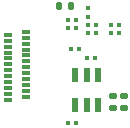
<source format=gbp>
G04 #@! TF.GenerationSoftware,KiCad,Pcbnew,8.0.9-8.0.9-0~ubuntu22.04.1*
G04 #@! TF.CreationDate,2025-06-17T20:00:39-06:00*
G04 #@! TF.ProjectId,dongle,646f6e67-6c65-42e6-9b69-6361645f7063,rev?*
G04 #@! TF.SameCoordinates,Original*
G04 #@! TF.FileFunction,Paste,Bot*
G04 #@! TF.FilePolarity,Positive*
%FSLAX46Y46*%
G04 Gerber Fmt 4.6, Leading zero omitted, Abs format (unit mm)*
G04 Created by KiCad (PCBNEW 8.0.9-8.0.9-0~ubuntu22.04.1) date 2025-06-17 20:00:39*
%MOMM*%
%LPD*%
G01*
G04 APERTURE LIST*
G04 Aperture macros list*
%AMRoundRect*
0 Rectangle with rounded corners*
0 $1 Rounding radius*
0 $2 $3 $4 $5 $6 $7 $8 $9 X,Y pos of 4 corners*
0 Add a 4 corners polygon primitive as box body*
4,1,4,$2,$3,$4,$5,$6,$7,$8,$9,$2,$3,0*
0 Add four circle primitives for the rounded corners*
1,1,$1+$1,$2,$3*
1,1,$1+$1,$4,$5*
1,1,$1+$1,$6,$7*
1,1,$1+$1,$8,$9*
0 Add four rect primitives between the rounded corners*
20,1,$1+$1,$2,$3,$4,$5,0*
20,1,$1+$1,$4,$5,$6,$7,0*
20,1,$1+$1,$6,$7,$8,$9,0*
20,1,$1+$1,$8,$9,$2,$3,0*%
G04 Aperture macros list end*
%ADD10R,0.800000X0.300000*%
%ADD11RoundRect,0.079500X-0.079500X-0.100500X0.079500X-0.100500X0.079500X0.100500X-0.079500X0.100500X0*%
%ADD12RoundRect,0.079500X0.100500X-0.079500X0.100500X0.079500X-0.100500X0.079500X-0.100500X-0.079500X0*%
%ADD13RoundRect,0.140000X-0.140000X-0.170000X0.140000X-0.170000X0.140000X0.170000X-0.140000X0.170000X0*%
%ADD14RoundRect,0.079500X0.079500X0.100500X-0.079500X0.100500X-0.079500X-0.100500X0.079500X-0.100500X0*%
%ADD15RoundRect,0.140000X0.170000X-0.140000X0.170000X0.140000X-0.170000X0.140000X-0.170000X-0.140000X0*%
%ADD16RoundRect,0.073750X-0.221250X0.531250X-0.221250X-0.531250X0.221250X-0.531250X0.221250X0.531250X0*%
G04 APERTURE END LIST*
D10*
X142400000Y-91925000D03*
X142400000Y-92425000D03*
X142400000Y-92925000D03*
X142400000Y-93425000D03*
X142400000Y-93925000D03*
X142400000Y-94425000D03*
X142400000Y-94925000D03*
X142400000Y-95425000D03*
X142400000Y-95925000D03*
X142400000Y-96425000D03*
X142400000Y-96925000D03*
X142400000Y-97425000D03*
X140900000Y-97675000D03*
X140900000Y-97175000D03*
X140900000Y-96675000D03*
X140900000Y-96175000D03*
X140900000Y-95675000D03*
X140900000Y-95175000D03*
X140900000Y-94675000D03*
X140900000Y-94175000D03*
X140900000Y-93675000D03*
X140900000Y-93175000D03*
X140900000Y-92675000D03*
X140900000Y-92175000D03*
D11*
X146230000Y-93400007D03*
X146920000Y-93399993D03*
X147580000Y-94125007D03*
X148270000Y-94124993D03*
D12*
X150299997Y-92044999D03*
X150300003Y-91355001D03*
X147649997Y-92044999D03*
X147650003Y-91355001D03*
D13*
X145245001Y-89774999D03*
X146204999Y-89775001D03*
D12*
X148349997Y-92044999D03*
X148350003Y-91355001D03*
D14*
X146695000Y-90900000D03*
X146005000Y-90900000D03*
D15*
X150725000Y-98329999D03*
X150725000Y-97370001D03*
D12*
X149599997Y-92044999D03*
X149600003Y-91355001D03*
D14*
X146645000Y-99625000D03*
X145955000Y-99625000D03*
D12*
X147649999Y-90624999D03*
X147650005Y-89935001D03*
D16*
X146624999Y-95605004D03*
X147575004Y-95605001D03*
X148525000Y-95604996D03*
X148525001Y-98114996D03*
X147574996Y-98114999D03*
X146625000Y-98115004D03*
D11*
X146010002Y-91600010D03*
X146700002Y-91599996D03*
D15*
X149800001Y-98329999D03*
X149799999Y-97370001D03*
M02*

</source>
